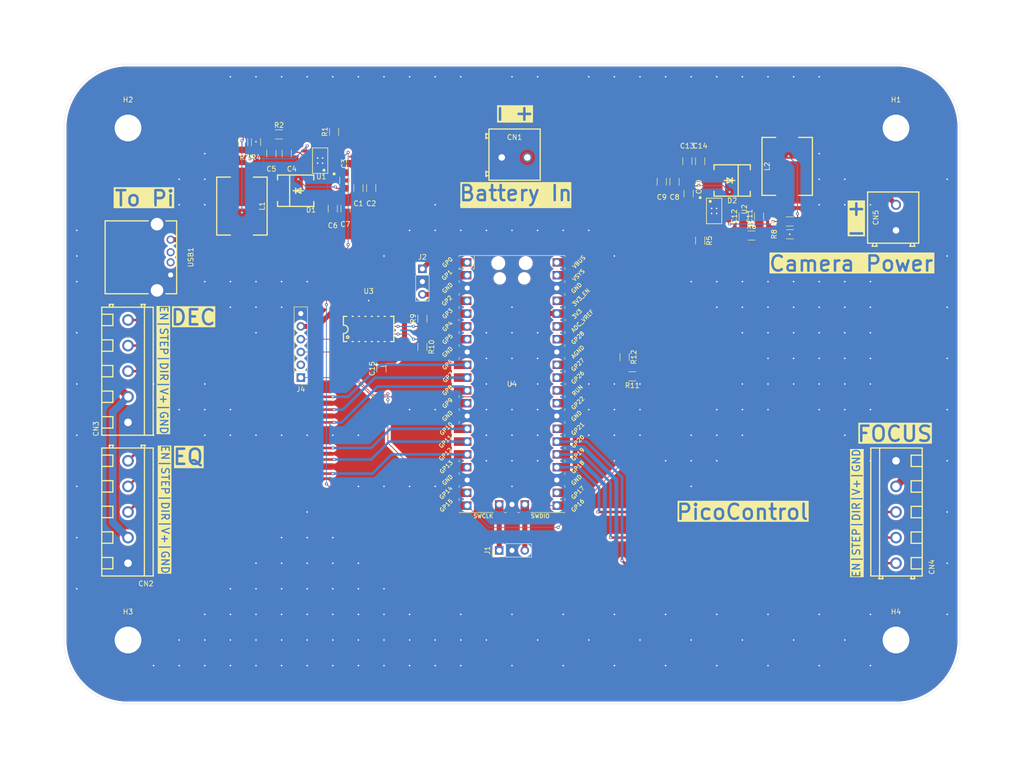
<source format=kicad_pcb>
(kicad_pcb (version 20240108) (generator "pcbnew") (generator_version "8.0")
  (layers (0 "F.Cu" signal) (31 "B.Cu" signal) (34 "B.Paste" user) (35 "F.Paste" user) (36 "B.SilkS" user "B.Silkscreen") (37 "F.SilkS" user "F.Silkscreen") (38 "B.Mask" user) (39 "F.Mask" user) (44 "Edge.Cuts" user))
  (net 0 "")
  (net 1 "GND")
  (net 2 "VCC")
  (net 3 "Net-(D1-K)")
  (net 4 "Net-(U1-BOOT)")
  (net 5 "Net-(C4-Pad1)")
  (net 6 "Net-(U1-COMP)")
  (net 7 "+5V")
  (net 8 "Net-(U2-BOOT)")
  (net 9 "Net-(D2-K)")
  (net 10 "Net-(C11-Pad1)")
  (net 11 "Net-(U2-COMP)")
  (net 12 "/7.2V")
  (net 13 "+3.3V")
  (net 14 "/DIR_EQ")
  (net 15 "/STEP_EQ")
  (net 16 "/EN_EQ")
  (net 17 "/DIR_DEC")
  (net 18 "/STEP_DEC")
  (net 19 "/EN_DEC")
  (net 20 "/EN_FOCUS")
  (net 21 "/DIR_FOCUS")
  (net 22 "/STEP_FOCUS")
  (net 23 "/SWDIO")
  (net 24 "/SWCLK")
  (net 25 "/TX")
  (net 26 "/RX")
  (net 27 "/32K")
  (net 28 "/SDA")
  (net 29 "/SCL")
  (net 30 "/SQW")
  (net 31 "Net-(U1-RT{slash}CLK)")
  (net 32 "/POWER/FB_50")
  (net 33 "Net-(U2-RT{slash}CLK)")
  (net 34 "/POWER/FB_72")
  (net 35 "Net-(U4-GPIO26_ADC0)")
  (net 36 "/EN_5V")
  (net 37 "/EN_7.2V")
  (net 41 "/32.768kHz")
  (footprint "PARTS:SOIC-8_L5.0-W4.0-P1.27-LS6.0-BL-EP2.0" (layer "F.Cu") (at 114.324 57.272 90)
    (property "Reference" "U1")
    (property "Value" "TPS54360BDDAR")
  )
  (footprint "Capacitor_SMD:C_1206_3216Metric_Pad1.33x1.80mm_HandSolder" (layer "F.Cu") (at 119.126 61.214 -90)
    (property "Reference" "C3")
    (property "Value" "0.1u")
  )
  (footprint "Capacitor_SMD:C_1206_3216Metric_Pad1.33x1.80mm_HandSolder" (layer "F.Cu") (at 126.492 98.552 90)
    (property "Reference" "C15")
    (property "Value" "0.1u")
  )
  (footprint "PARTS:CONN-TH_5P-P5.08_DIBO_DB128V-5.08-5P-GN-S" (layer "F.Cu") (at 76.2 127 -90)
    (property "Reference" "CN2")
    (property "Value" "EQ")
  )
  (footprint "PARTS:CONN-TH_2P-P5.00_WJ500V-5.08-2P" (layer "F.Cu") (at 152.908 56.642)
    (property "Reference" "CN1")
    (property "Value" "Battery")
  )
  (footprint "PARTS:USB-A-TH_USB-231-ARY" (layer "F.Cu") (at 83.31 76.454 -90)
    (property "Reference" "USB1")
    (property "Value" "Pi-Power")
  )
  (footprint "MCU_RaspberryPi_and_Boards:RPi_Pico_SMD_TH" (layer "F.Cu") (at 152.4 101.6)
    (property "Reference" "U4")
    (property "Value" "Pico")
  )
  (footprint "Resistor_SMD:R_1206_3216Metric_Pad1.30x1.75mm_HandSolder" (layer "F.Cu") (at 134.62 88.62 90)
    (property "Reference" "R9")
    (property "Value" "5k")
  )
  (footprint "Resistor_SMD:R_1206_3216Metric_Pad1.30x1.75mm_HandSolder" (layer "F.Cu") (at 174.752 96.266 -90)
    (property "Reference" "R12")
    (property "Value" "100k")
  )
  (footprint "Resistor_SMD:R_1206_3216Metric_Pad1.30x1.75mm_HandSolder" (layer "F.Cu") (at 117.094 51.536 90)
    (property "Reference" "R1")
    (property "Value" "162k")
  )
  (footprint "PARTS:SMC_L7.1-W6.2-LS8.1-RD" (layer "F.Cu") (at 196.088 61.214 180)
    (property "Reference" "D2")
    (property "Value" "B560C-13-F")
  )
  (footprint "Resistor_SMD:R_1206_3216Metric_Pad1.30x1.75mm_HandSolder" (layer "F.Cu") (at 189.738 73.152 -90)
    (property "Reference" "R5")
    (property "Value" "162k")
  )
  (footprint "Resistor_SMD:R_1206_3216Metric_Pad1.30x1.75mm_HandSolder" (layer "F.Cu") (at 207.544 71.882)
    (property "Reference" "R8")
    (property "Value" "10.2k")
  )
  (footprint "Connector_PinHeader_2.54mm:PinHeader_1x03_P2.54mm_Vertical" (layer "F.Cu") (at 149.86 134.62 90)
    (property "Reference" "J1")
    (property "Value" "Conn_01x03_Pin")
  )
  (footprint "Capacitor_SMD:C_1206_3216Metric" (layer "F.Cu") (at 182.118 61.468 90)
    (property "Reference" "C9")
    (property "Value" "2.2u")
  )
  (footprint "Capacitor_SMD:C_1206_3216Metric_Pad1.33x1.80mm_HandSolder" (layer "F.Cu") (at 198.374 68.326 90)
    (property "Reference" "C12")
    (property "Value" "39p")
  )
  (footprint "PARTS:IND-SMD_L11.5-W10.0_FXL1040" (layer "F.Cu") (at 98.806 66.294 -90)
    (property "Reference" "L1")
    (property "Value" "FXL1040-8R2-M")
  )
  (footprint "PARTS:CONN-TH_5P-P5.08_DIBO_DB128V-5.08-5P-GN-S" (layer "F.Cu") (at 76.2 99.06 -90)
    (property "Reference" "CN3")
    (property "Value" "DEC")
  )
  (footprint "Capacitor_SMD:C_1206_3216Metric" (layer "F.Cu") (at 121.92 62.738 -90)
    (property "Reference" "C1")
    (property "Value" "2.2u")
  )
  (footprint "Resistor_SMD:R_1206_3216Metric_Pad1.30x1.75mm_HandSolder" (layer "F.Cu") (at 106.172 52.07)
    (property "Reference" "R2")
    (property "Value" "13k")
  )
  (footprint "PARTS:CONN-TH_5P-P5.08_DIBO_DB128V-5.08-5P-GN-S" (layer "F.Cu") (at 228.6 127 90)
    (property "Reference" "CN4")
    (property "Value" "FOCUS")
  )
  (footprint "Connector_PinHeader_2.54mm:PinHeader_1x06_P2.54mm_Vertical" (layer "F.Cu") (at 110.49 100.33 180)
    (property "Reference" "J4")
    (property "Value" "Conn_01x06_Pin")
  )
  (footprint "Connector_PinHeader_2.54mm:PinHeader_1x03_P2.54mm_Vertical" (layer "F.Cu") (at 134.62 78.74)
    (property "Reference" "J2")
    (property "Value" "Conn_01x03_Socket")
  )
  (footprint "Resistor_SMD:R_1206_3216Metric_Pad1.30x1.75mm_HandSolder" (layer "F.Cu") (at 207.518 69.342 180)
    (property "Reference" "R7")
    (property "Value" "81.6k")
  )
  (footprint "Capacitor_SMD:C_1206_3216Metric" (layer "F.Cu") (at 124.46 62.738 -90)
    (property "Reference" "C2")
    (property "Value" "2.2u")
  )
  (footprint "Resistor_SMD:R_1206_3216Metric_Pad1.30x1.75mm_HandSolder" (layer "F.Cu") (at 99.06 53.594 -90)
    (property "Reference" "R3")
    (property "Value" "53.6k")
  )
  (footprint "Resistor_SMD:R_1206_3216Metric_Pad1.30x1.75mm_HandSolder" (layer "F.Cu") (at 134.62 94.26 -90)
    (property "Reference" "R10")
    (property "Value" "5k")
  )
  (footprint "Capacitor_SMD:C_1206_3216Metric" (layer "F.Cu") (at 184.658 61.468 90)
    (property "Reference" "C8")
    (property "Value" "2.2u")
  )
  (footprint "PARTS:SOIC-14_L10.1-W5.0-P1.27-LS7.4-BL" (layer "F.Cu") (at 123.952 90.678)
    (property "Reference" "U3")
    (property "Value" "RX8025T-UB")
  )
  (footprint "PARTS:SMC_L7.1-W6.2-LS8.1-RD" (layer "F.Cu") (at 109.474 63.246)
    (property "Reference" "D1")
    (property "Value" "B560C-13-F")
  )
  (footprint "PARTS:SOIC-8_L5.0-W4.0-P1.27-LS6.0-BL-EP2.0" (layer "F.Cu") (at 192.508 67.264 -90)
    (property "Reference" "U2")
    (property "Value" "TPS54360BDDAR")
  )
  (footprint "Resistor_SMD:R_1206_3216Metric_Pad1.30x1.75mm_HandSolder" (layer "F.Cu") (at 199.924 72.136)
    (property "Reference" "R6")
    (property "Value" "13k")
  )
  (footprint "Capacitor_SMD:C_1206_3216Metric_Pad1.33x1.80mm_HandSolder" (layer "F.Cu") (at 104.648 55.88 -90)
    (property "Reference" "C5")
    (property "Value" "39p")
  )
  (footprint "PARTS:IND-SMD_L11.5-W10.0_FXL1040" (layer "F.Cu") (at 207.01 58.42 90)
    (property "Reference" "L2")
    (property "Value" "FXL1040-8R2-M")
  )
  (footprint "Capacitor_SMD:C_1206_3216Metric_Pad1.33x1.80mm_HandSolder" (layer "F.Cu") (at 201.422 68.326 90)
    (property "Reference" "C11")
    (property "Value" "6800p")
  )
  (footprint "Capacitor_SMD:C_1206_3216Metric" (layer "F.Cu") (at 187.198 57.404 -90)
    (property "Reference" "C13")
    (property "Value" "47u")
  )
  (footprint "Resistor_SMD:R_1206_3216Metric_Pad1.30x1.75mm_HandSolder" (layer "F.Cu") (at 176.276 100.076 180)
    (property "Reference" "R11")
    (property "Value" "10k")
  )
  (footprint "Capacitor_SMD:C_1206_3216Metric_Pad1.33x1.80mm_HandSolder" (layer "F.Cu") (at 187.452 63.83 90)
    (property "Reference" "C10")
    (property "Value" "0.1u")
  )
  (footprint "Capacitor_SMD:C_1206_3216Metric" (layer "F.Cu") (at 116.84 66.802 90)
    (property "Reference" "C6")
    (property "Value" "47u")
  )
  (footprint "MountingHole:MountingHole_5.3mm_M5_DIN965_Pad" (layer "F.Cu") (at 76.2 152.4)
    (property "Reference" "H3")
    (property "Value" "MountingHole_Pad")
  )
  (footprint "MountingHole:MountingHole_5.3mm_M5_DIN965_Pad" (layer "F.Cu") (at 76.2 50.8)
    (property "Reference" "H2")
    (property "Value" "MountingHole_Pad")
  )
  (footprint "Resistor_SMD:R_1206_3216Metric_Pad1.30x1.75mm_HandSolder" (layer "F.Cu") (at 101.6 53.594 90)
    (property "Reference" "R4")
    (property "Value" "10.2k")
  )
  (footprint "PARTS:CONN-TH_2P-P5.00_WJ500V-5.08-2P" (layer "F.Cu") (at 228.6 68.58 90)
    (property "Reference" "CN5")
    (property "Value" "Camera")
  )
  (footprint "Capacitor_SMD:C_1206_3216Metric" (layer "F.Cu") (at 119.38 66.802 90)
    (property "Reference" "C7")
    (property "Value" "47u")
  )
  (footprint "Capacitor_SMD:C_1206_3216Metric" (layer "F.Cu") (at 189.738 57.404 -90)
    (property "Reference" "C14")
    (property "Value" "47u")
  )
  (footprint "Capacitor_SMD:C_1206_3216Metric_Pad1.33x1.80mm_HandSolder" (layer "F.Cu") (at 107.696 55.88 -90)
    (property "Reference" "C4")
    (property "Value" "6800p")
  )
  (footprint "MountingHole:MountingHole_5.3mm_M5_DIN965_Pad" (layer "F.Cu") (at 228.6 152.4)
    (property "Reference" "H4")
    (property "Value" "MountingHole_Pad")
  )
  (footprint "MountingHole:MountingHole_5.3mm_M5_DIN965_Pad" (layer "F.Cu") (at 228.6 50.8)
    (property "Reference" "H1")
    (property "Value" "MountingHole_Pad")
  )
  (gr_arc (start 76.2 165.1) (mid 67.219744 161.380256) (end 63.5 152.4) (stroke (width 0.05)) (layer "Edge.Cuts"))
  (gr_line (start 76.2 165.1) (end 228.6 165.1) (stroke (width 0.05)) (layer "Edge.Cuts"))
  (gr_line (start 63.5 50.8) (end 63.5 152.4) (stroke (width 0.05)) (layer "Edge.Cuts"))
  (gr_line (start 228.6 38.1) (end 76.2 38.1) (stroke (width 0.05)) (layer "Edge.Cuts"))
  (gr_arc (start 63.5 50.8) (mid 67.219744 41.819744) (end 76.2 38.1) (stroke (width 0.05)) (layer "Edge.Cuts"))
  (gr_arc (start 241.3 152.4) (mid 237.580256 161.380256) (end 228.6 165.1) (stroke (width 0.05)) (layer "Edge.Cuts"))
  (gr_line (start 241.3 152.4) (end 241.3 50.8) (stroke (width 0.05)) (layer "Edge.Cuts"))
  (gr_arc (start 228.6 38.1) (mid 237.580256 41.819744) (end 241.3 50.8) (stroke (width 0.05)) (layer "Edge.Cuts"))
  (gr_text "+\n-" (at 152.654 48.006 -90) (layer "F.SilkS" knockout) (effects (font (size 3 3) (thickness 0.5) (bold yes))))
  (gr_text "EN|STEP|DIR|V+|GND" (at 83.566 126.492 270) (layer "F.SilkS" knockout) (effects (font (size 1.5 1.5) (thickness 0.25))))
  (gr_text "DEC" (at 89.154 88.392 0) (layer "F.SilkS" knockout) (effects (font (size 3 3) (thickness 0.5) (bold yes))))
  (gr_text "To Pi" (at 79.502 64.77 0) (layer "F.SilkS" knockout) (effects (font (size 3 3) (thickness 0.5) (bold yes))))
  (gr_text "Camera Power" (at 219.71 77.724 0) (layer "F.SilkS" knockout) (effects (font (size 3 3) (thickness 0.5) (bold yes))))
  (gr_text "+\n-" (at 220.726 69.088 0) (layer "F.SilkS" knockout) (effects (font (size 3 3) (thickness 0.5) (bold yes))))
  (gr_text "EN|STEP|DIR|V+|GND" (at 220.726 127.254 90) (layer "F.SilkS" knockout) (effects (font (size 1.5 1.5) (thickness 0.25))))
  (gr_text "FOCUS" (at 228.346 111.506 0) (layer "F.SilkS" knockout) (effects (font (size 3 3) (thickness 0.5) (bold yes))))
  (gr_text "EQ" (at 88.138 116.078 0) (layer "F.SilkS" knockout) (effects (font (size 3 3) (thickness 0.5) (bold yes))))
  (gr_text "PicoControl" (at 198.12 127 0) (layer "F.SilkS" knockout) (effects (font (size 3 3) (thickness 0.5) (bold yes))))
  (gr_text "EN|STEP|DIR|V+|GND" (at 83.312 98.806 270) (layer "F.SilkS" knockout) (effects (font (size 1.5 1.5) (thickness 0.25))))
  (gr_text "Battery In" (at 153.162 63.754 0) (layer "F.SilkS" knockout) (effects (font (size 3 3) (thickness 0.5) (bold yes))))
  (segment (start 209.094 71.882) (end 207.518 71.882) (width 0.2) (layer "F.Cu") (net 1))
  (segment (start 123.952 87.178) (end 123.952 85.09) (width 0.5) (layer "F.Cu") (net 1))
  (segment (start 152.4 125.5) (end 152.4 134.62) (width 1) (layer "F.Cu") (net 1))
  (segment (start 101.6 52.044) (end 101.6 53.594) (width 0.2) (layer "F.Cu") (net 1))
  (via (at 187.96 111.76) (size 0.6) (drill 0.3) (layers "F.Cu" "B.Cu") (net 1))
  (via (at 152.4 106.68) (size 0.6) (drill 0.3) (layers "F.Cu" "B.Cu") (net 1))
  (via (at 96.52 157.48) (size 0.6) (drill 0.3) (layers "F.Cu" "B.Cu") (net 1))
  (via (at 223.52 66.04) (size 0.6) (drill 0.3) (layers "F.Cu" "B.Cu") (net 1))
  (via (at 177.8 106.68) (size 0.6) (drill 0.3) (layers "F.Cu" "B.Cu") (net 1))
  (via (at 86.36 60.96) (size 0.6) (drill 0.3) (layers "F.Cu" "B.Cu") (net 1))
  (via (at 106.68 142.24) (size 0.6) (drill 0.3) (layers "F.Cu" "B.Cu") (net 1))
  (via (at 187.96 152.4) (size 0.6) (drill 0.3) (layers "F.Cu" "B.Cu") (net 1))
  (via (at 111.76 152.4) (size 0.6) (drill 0.3) (layers "F.Cu" "B.Cu") (net 1))
  (via (at 203.2 96.52) (size 0.6) (drill 0.3) (layers "F.Cu" "B.Cu") (net 1))
  (via (at 116.84 147.32) (size 0.6) (drill 0.3) (layers "F.Cu" "B.Cu") (net 1))
  (via (at 91.44 66.04) (size 0.6) (drill 0.3) (layers "F.Cu" "B.Cu") (net 1))
  (via (at 198.12 81.28) (size 0.6) (drill 0.3) (layers "F.Cu" "B.Cu") (net 1))
  (via (at 198.12 40.64) (size 0.6) (drill 0.3) (layers "F.Cu" "B.Cu") (net 1))
  (via (at 223.52 91.44) (size 0.6) (drill 0.3) (layers "F.Cu" "B.Cu") (net 1))
  (via (at 207.518 71.882) (size 0.6) (drill 0.3) (layers "F.Cu" "B.Cu") (net 1))
  (via (at 157.48 152.4) (size 0.6) (drill 0.3) (layers "F.Cu" "B.Cu") (net 1))
  (via (at 238.76 86.36) (size 0.6) (drill 0.3) (layers "F.Cu" "B.Cu") (net 1))
  (via (at 218.44 111.76) (size 0.6) (drill 0.3) (layers "F.Cu" "B.Cu") (net 1))
  (via (at 187.96 81.28) (size 0.6) (drill 0.3) (layers "F.Cu" "B.Cu") (net 1))
  (via (at 121.92 40.64) (size 0.6) (drill 0.3) (layers "F.Cu" "B.Cu") (net 1))
  (via (at 147.32 66.04) (size 0.6) (drill 0.3) (layers "F.Cu" "B.Cu") (net 1))
  (via (at 238.76 96.52) (size 0.6) (drill 0.3) (layers "F.Cu" "B.Cu") (net 1))
  (via (at 218.44 106.68) (size 0.6) (drill 0.3) (layers "F.Cu" "B.Cu") (net 1))
  (via (at 193.04 86.36) (size 0.6) (drill 0.3) (layers "F.Cu" "B.Cu") (net 1))
  (via (at 182.88 40.64) (size 0.6) (drill 0.3) (layers "F.Cu" "B.Cu") (net 1))
  (via (at 223.52 111.76) (size 0.6) (drill 0.3) (layers "F.Cu" "B.Cu") (net 1))
  (via (at 198.12 91.44) (size 0.6) (drill 0.3) (layers "F.Cu" "B.Cu") (net 1))
  (via (at 167.64 106.68) (size 0.6) (drill 0.3) (layers "F.Cu" "B.Cu") (net 1))
  (via (at 218.44 101.6) (size 0.6) (drill 0.3) (layers "F.Cu" "B.Cu") (net 1))
  (via (at 132.08 147.32) (size 0.6) (drill 0.3) (layers "F.Cu" "B.Cu") (net 1))
  (via (at 198.12 111.76) (size 0.6) (drill 0.3) (layers "F.Cu" "B.Cu") (net 1))
  (via (at 86.36 157.48) (size 0.6) (drill 0.3) (layers "F.Cu" "B.Cu") (net 1))
  (via (at 238.76 106.68) (size 0.6) (drill 0.3) (layers "F.Cu" "B.Cu") (net 1))
  (via (at 66.04 132.08) (size 0.6) (drill 0.3) (layers "F.Cu" "B.Cu") (net 1))
  (via (at 142.24 66.04) (size 0.6) (drill 0.3) (layers "F.Cu" "B.Cu") (net 1))
  (via (at 81.28 157.48) (size 0.6) (drill 0.3) (layers "F.Cu" "B.Cu") (net 1))
  (via (at 106.68 86.36) (size 0.6) (drill 0.3) (layers "F.Cu" "B.Cu") (net 1))
  (via (at 96.52 142.24) (size 0.6) (drill 0.3) (layers "F.Cu" "B.Cu") (net 1))
  (via (at 147.32 96.52) (size 0.6) (drill 0.3) (layers "F.Cu" "B.Cu") (net 1))
  (via (at 116.84 157.48) (size 0.6) (drill 0.3) (layers "F.Cu" "B.Cu") (net 1))
  (via (at 121.92 157.48) (size 0.6) (drill 0.3) (layers "F.Cu" "B.Cu") (net 1))
  (via (at 96.52 81.28) (size 0.6) (drill 0.3) (layers "F.Cu" "B.Cu") (net 1))
  (via (at 66.04 121.92) (size 0.6) (drill 0.3) (layers "F.Cu" "B.Cu") (net 1))
  (via (at 116.84 40.64) (size 0.6) (drill 0.3) (layers "F.Cu" "B.Cu") (net 1))
  (via (at 101.6 152.4) (size 0.6) (drill 0.3) (layers "F.Cu" "B.Cu") (net 1))
  (via (at 208.28 96.52) (size 0.6) (drill 0.3) (layers "F.Cu" "B.Cu") (net 1))
  (via (at 167.64 101.6) (size 0.6) (drill 0.3) (layers "F.Cu" "B.Cu") (net 1))
  (via (at 187.96 40.64) (size 0.6) (drill 0.3) (layers "F.Cu" "B.Cu") (net 1))
  (via (at 142.24 147.32) (size 0.6) (drill 0.3) (layers "F.Cu" "B.Cu") (net 1))
  (via (at 91.44 152.4) (size 0.6) (drill 0.3) (layers "F.Cu" "B.Cu") (net 1))
  (via (at 157.48 91.44) (size 0.6) (drill 0.3) (layers "F.Cu" "B.Cu") (net 1))
  (via (at 208.28 101.6) (size 0.6) (drill 0.3) (layers "F.Cu" "B.Cu") (net 1))
  (via (at 208.28 81.28) (size 0.6) (drill 0.3) (layers "F.Cu" "B.Cu") (net 1))
  (via (at 106.68 147.32) (size 0.6) (drill 0.3) (layers "F.Cu" "B.Cu") (net 1))
  (via (at 106.68 157.48) (size 0.6) (drill 0.3) (layers "F.Cu" "B.Cu") (net 1))
  (via (at 137.16 66.04) (size 0.6) (drill 0.3) (layers "F.Cu" "B.Cu") (net 1))
  (via (at 223.52 86.36) (size 0.6) (drill 0.3) (layers "F.Cu" "B.Cu") (net 1))
  (via (at 213.36 147.32) (size 0.6) (drill 0.3) (layers "F.Cu" "B.Cu") (net 1))
  (via (at 132.08 121.92) (size 0.6) (drill 0.3) (layers "F.Cu" "B.Cu") (net 1))
  (via (at 152.4 96.52) (size 0.6) (drill 0.3) (layers "F.Cu" "B.Cu") (net 1))
  (via (at 213.36 40.64) (size 0.6) (drill 0.3) (layers "F.Cu" "B.Cu") (net 1))
  (via (at 127 152.4) (size 0.6) (drill 0.3) (layers "F.Cu" "B.Cu") (net 1))
  (via (at 203.2 40.64) (size 0.6) (drill 0.3) (layers "F.Cu" "B.Cu") (net 1))
  (via (at 203.2 157.48) (size 0.6) (drill 0.3) (layers "F.Cu" "B.Cu") (net 1))
  (via (at 167.64 40.64) (size 0.6) (drill 0.3) (layers "F.Cu" "B.Cu") (net 1))
  (via (at 208.28 86.36) (size 0.6) (drill 0.3) (layers "F.Cu" "B.Cu") (net 1))
  (via (at 147.32 116.84) (size 0.6) (drill 0.3) (layers "F.Cu" "B.Cu") (net 1))
  (via (at 127 147.32) (size 0.6) (drill 0.3) (layers "F.Cu" "B.Cu") (net 1))
  (via (at 127 76.2) (size 0.6) (drill 0.3) (layers "F.Cu" "B.Cu") (net 1))
  (via (at 101.6 147.32) (size 0.6) (drill 0.3) (layers "F.Cu" "B.Cu") (net 1))
  (via (at 193.04 106.68) (size 0.6) (drill 0.3) (layers "F.Cu" "B.Cu") (net 1))
  (via (at 127 40.64) (size 0.6) (drill 0.3) (layers "F.Cu" "B.Cu") (net 1))
  (via (at 172.72 106.68) (size 0.6) (drill 0.3) (layers "F.Cu" "B.Cu") (net 1))
  (via (at 152.4 101.6) (size 0.6) (drill 0.3) (layers "F.Cu" "B.Cu") (net 1))
  (via (at 106.68 132.08) (size 0.6) (drill 0.3) (layers "F.Cu" "B.Cu") (net 1))
  (via (at 208.28 91.44) (size 0.6) (drill 0.3) (layers "F.Cu" "B.Cu") (net 1))
  (via (at 198.12 152.4) (size 0.6) (drill 0.3) (layers "F.Cu" "B.Cu") (net 1))
  (via (at 198.12 101.6) (size 0.6) (drill 0.3) (layers "F.Cu" "B.Cu") (net 1))
  (via (at 167.64 152.4) (size 0.6) (drill 0.3) (layers "F.Cu" "B.Cu") (net 1))
  (via (at 218.44 152.4) (size 0.6) (drill 0.3) (layers "F.Cu" "B.Cu") (net 1))
  (via (at 101.6 137.16) (size 0.6) (drill 0.3) (layers "F.Cu" "B.Cu") (net 1))
  (via (at 147.32 71.12) (size 0.6) (drill 0.3) (layers "F.Cu" "B.Cu") (net 1))
  (via (at 162.56 66.04) (size 0.6) (drill 0.3) (layers "F.Cu" "B.Cu") (net 1))
  (via (at 116.84 137.16) (size 0.6) (drill 0.3) (layers "F.Cu" "B.Cu") (net 1))
  (via (at 198.12 86.36) (size 0.6) (drill 0.3) (layers "F.Cu" "B.Cu") (net 1))
  (via (at 111.76 132.08) (size 0.6) (drill 0.3) (layers "F.Cu" "B.Cu") (net 1))
  (via (at 218.44 91.44) (size 0.6) (drill 0.3) (layers "F.Cu" "B.Cu") (net 1))
  (via (at 152.4 71.12) (size 0.6) (drill 0.3) (layers "F.Cu" "B.Cu") (net 1))
  (via (at 86.36 152.4) (size 0.6) (drill 0.3) (layers "F.Cu" "B.Cu") (net 1))
  (via (at 193.04 111.76) (size 0.6) (drill 0.3) (layers "F.Cu" "B.Cu") (net 1))
  (via (at 127 157.48) (size 0.6) (drill 0.3) (layers "F.Cu" "B.Cu") (net 1))
  (via (at 91.44 81.28) (size 0.6) (drill 0.3) (layers "F.Cu" "B.Cu") (net 1))
  (via (at 157.48 66.04) (size 0.6) (drill 0.3) (layers "F.Cu" "B.Cu") (net 1))
  (via (at 147.32 111.76) (size 0.6) (drill 0.3) (layers "F.Cu" "B.Cu") (net 1))
  (via (at 101.6 157.48) (size 0.6) (drill 0.3) (layers "F.Cu" "B.Cu") (net 1))
  (via (at 182.88 116.84) (size 0.6) (drill 0.3) (layers "F.Cu" "B.Cu") (net 1))
  (via (at 116.84 142.24) (size 0.6) (drill 0.3) (layers "F.Cu" "B.Cu") (net 1))
  (via (at 91.44 101.6) (size 0.6) (drill 0.3) (layers "F.Cu" "B.Cu") (net 1))
  (via (at 162.56 147.32) (size 0.6) (drill 0.3) (layers "F.Cu" "B.Cu") (net 1))
  (via (at 152.4 116.84) (size 0.6) (drill 0.3) (layers "F.Cu" "B.Cu") (net 1))
  (via (at 127 142.24) (size 0.6) (drill 0.3) (layers "F.Cu" "B.Cu") (net 1))
  (via (at 101.589615 53.522352) (size 0.6) (drill 0.3) (layers "F.Cu" "B.Cu") (net 1))
  (via (at 121.92 111.76) (size 0.6) (drill 0.3) (layers "F.Cu" "B.Cu") (net 1))
  (via (at 172.72 40.64) (size 0.6) (drill 0.3) (layers "F.Cu" "B.Cu") (net 1))
  (via (at 111.76 137.16) (size 0.6) (drill 0.3) (layers "F.Cu" "B.Cu") (net 1))
  (via (at 213.36 96.52) (size 0.6) (drill 0.3) (layers "F.Cu" "B.Cu") (net 1))
  (via (at 121.92 147.32) (size 0.6) (drill 0.3) (layers "F.Cu" "B.Cu") (net 1))
  (via (at 223.52 96.52) (size 0.6) (drill 0.3) (layers "F.Cu" "B.Cu") (net 1))
  (via (at 238.76 116.84) (size 0.6) (drill 0.3) (layers "F.Cu" "B.Cu") (net 1))
  (via (at 91.44 55.88) (size 0.6) (drill 0.3) (layers "F.Cu" "B.Cu") (net 1))
  (via (at 203.2 81.28) (size 0.6) (drill 0.3) (layers "F.Cu" "B.Cu") (net 1))
  (via (at 66.04 81.28) (size 0.6) (drill 0.3) (layers "F.Cu" "B.Cu") (net 1))
  (via (at 208.28 152.4) (size 0.6) (drill 0.3) (layers "F.Cu" "B.Cu") (net 1))
  (via (at 91.44 157.48) (size 0.6) (drill 0.3) (layers "F.Cu" "B.Cu") (net 1))
  (via (at 177.8 40.64) (size 0.6) (drill 0.3) (layers "F.Cu" "B.Cu") (net 1))
  (via (at 101.6 86.36) (size 0.6) (drill 0.3) (layers "F.Cu" "B.Cu") (net 1))
  (via (at 157.48 101.6) (size 0.6) (drill 0.3) (layers "F.Cu" "B.Cu") (net 1))
  (via (at 162.56 71.12) (size 0.6) (drill 0.3) (layers "F.Cu" "B.Cu") (net 1))
  (via (at 147.32 101.6) (size 0.6) (drill 0.3) (layers "F.Cu" "B.Cu") (net 1))
  (via (at 177.8 152.4) (size 0.6) (drill 0.3) (layers "F.Cu" "B.Cu") (net 1))
  (via (at 147.32 106.68) (size 0.6) (drill 0.3) (layers "F.Cu" "B.Cu") (net 1))
  (via (at 157.48 96.52) (size 0.6) (drill 0.3) (layers "F.Cu" "B.Cu") (net 1))
  (via (at 213.36 106.68) (size 0.6) (drill 0.3) (layers "F.Cu" "B.Cu") (net 1))
  (via (at 152.4 66.04) (size 0.6) (drill 0.3) (layers "F.Cu" "B.Cu") (net 1))
  (via (at 238.76 147.32) (size 0.6) (drill 0.3) (layers "F.Cu" "B.Cu") (net 1))
  (via (at 193.04 116.84) (size 0.6) (drill 0.3) (layers "F.Cu" "B.Cu") (net 1))
  (via (at 96.52 106.68) (size 0.6) (drill 0.3) (layers "F.Cu" "B.Cu") (net 1))
  (via (at 91.44 106.68) (size 0.6) (drill 0.3) (layers "F.Cu" "B.Cu") (net 1))
  (via (at 137.16 40.64) (size 0.6) (drill 0.3) (layers "F.Cu" "B.Cu") (net 1))
  (via (at 137.16 106.68) (size 0.6) (drill 0.3) (layers "F.Cu" "B.Cu") (net 1))
  (via (at 198.12 106.68) (size 0.6) (drill 0.3) (layers "F.Cu" "B.Cu") (net 1))
  (via (at 203.2 147.32) (size 0.6) (drill 0.3) (layers "F.Cu" "B.Cu") (net 1))
  (via (at 213.36 81.28) (size 0.6) (drill 0.3) (layers "F.Cu" "B.Cu") (net 1))
  (via (at 213.36 66.04) (size 0.6) (drill 0.3) (layers "F.Cu" "B.Cu") (net 1))
  (via (at 147.32 152.4) (size 0.6) (drill 0.3) (layers "F.Cu" "B.Cu") (net 1))
  (via (at 152.4 40.64) (size 0.6) (drill 0.3) (layers "F.Cu" "B.Cu") (net 1))
  (via (at 193.04 157.48) (size 0.6) (drill 0.3) (layers "F.Cu" "B.Cu") (net 1))
  (via (at 172.72 116.84) (size 0.6) (drill 0.3) (layers "F.Cu" "B.Cu") (net 1))
  (via (at 157.48 106.68) (size 0.6) (drill 0.3) (layers "F.Cu" "B.Cu") (net 1))
  (via (at 213.36 55.88) (size 0.6) (drill 0.3) (layers "F.Cu" "B.Cu") (net 1))
  (via (at 91.44 147.32) (size 0.6) (drill 0.3) (layers "F.Cu" "B.Cu") (net 1))
  (via (at 218.44 66.04) (size 0.6) (drill 0.3) (layers "F.Cu" "B.Cu") (net 1))
  (via (at 96.52 86.36) (size 0.6) (drill 0.3) (layers "F.Cu" "B.Cu") (net 1))
  (via (at 111.76 111.76) (size 0.6) (drill 0.3) (layers "F.Cu" "B.Cu") (net 1))
  (via (at 86.36 106.68) (size 0.6) (drill 0.3) (layers "F.Cu" "B.Cu") (net 1))
  (via (at 121.92 121.92) (size 0.6) (drill 0.3) (layers "F.Cu" "B.Cu") (net 1))
  (via (at 137.16 71.12) (size 0.6) (drill 0.3) (layers "F.Cu" "B.Cu") (net 1))
  (via (at 223.52 157.48) (size 0.6) (drill 0.3) (layers "F.Cu" "B.Cu") (net 1))
  (via (at 223.52 101.6) (size 0.6) (drill 0.3) (layers "F.Cu" "B.Cu") (net 1))
  (via (at 223.52 106.68) (size 0.6) (drill 0.3) (layers "F.Cu" "B.Cu") (net 1))
  (via (at 213.36 157.48) (size 0.6) (drill 0.3) (layers "F.Cu" "B.Cu") (net 1))
  (via (at 137.16 152.4) (size 0.6) (drill 0.3) (layers "F.Cu" "B.Cu") (net 1))
  (via (at 203.2 86.36) (size 0.6) (drill 0.3) (layers "F.Cu" "B.Cu") (net 1))
  (via (at 193.04 147.32) (size 0.6) (drill 0.3) (layers "F.Cu" "B.Cu") (net 1))
  (via (at 66.04 111.76) (size 0.6) (drill 0.3) (layers "F.Cu" "B.Cu") (net 1))
  (via (at 101.6 111.76) (size 0.6) (drill 0.3) (layers "F.Cu" "B.Cu") (net 1))
  (via (at 172.72 147.32) (size 0.6) (drill 0.3) (layers "F.Cu" "B.Cu") (net 1))
  (via (at 96.52 40.64) (size 0.6) (drill 0.3) (layers "F.Cu" "B.Cu") (net 1))
  (via (at 132.08 152.4) (size 0.6) (drill 0.3) (layers "F.Cu" "B.Cu") (net 1))
  (via (at 121.92 137.16) (size 0.6) (drill 0.3) (layers "F.Cu" "B.Cu") (net 1))
  (via (at 127 121.92) (size 0.6) (drill 0.3) (layers "F.Cu" "B.Cu") (net 1))
  (via (at 66.04 101.6) (size 0.6) (drill 0.3) (layers "F.Cu" "B.Cu") (net 1))
  (via (at 213.36 101.6) (size 0.6) (drill 0.3) (layers "F.Cu" "B.Cu") (net 1))
  (via (at 142.24 40.64) (size 0.6) (drill 0.3) (layers "F.Cu" "B.Cu") (net 1))
  (via (at 121.92 152.4) (size 0.6) (drill 0.3) (layers "F.Cu" "B.Cu") (net 1))
  (via (at 101.6 142.24) (size 0.6) (drill 0.3) (layers "F.Cu" "B.Cu") (net 1))
  (via (at 123.956188 85.03419) (size 0.6) (drill 0.3) (layers "F.Cu" "B.Cu") (net 1))
  (via (at 132.08 157.48) (size 0.6) (drill 0.3) (layers "F.Cu" "B.Cu") (net 1))
  (via (at 106.68 40.64) (size 0.6) (drill 0.3) (layers "F.Cu" "B.Cu") (net 1))
  (via (at 172.72 101.6) (size 0.6) (drill 0.3) (layers "F.Cu" "B.Cu") (net 1))
  (via (at 152.4 147.32) (size 0.6) (drill 0.3) (layers "F.Cu" "B.Cu") (net 1))
  (via (at 203.2 91.44) (size 0.6) (drill 0.3) (layers "F.Cu" "B.Cu") (net 1))
  (via (at 203.2 101.6) (size 0.6) (drill 0.3) (layers "F.Cu" "B.Cu") (net 1))
  (via (at 223.52 116.84) (size 0.6) (drill 0.3) (layers "F.Cu" "B.Cu") (net 1))
  (via (at 208.28 40.64) (size 0.6) (drill 0.3) (layers "F.Cu" "B.Cu") (net 1))
  (via (at 116.84 132.08) (size 0.6) (drill 0.3) (layers "F.Cu" "B.Cu") (net 1))
  (via (at 66.04 71.12) (size 0.6) (drill 0.3) (layers "F.Cu" "B.Cu") (net 1))
  (via (at 91.44 111.76) (size 0.6) (drill 0.3) (layers "F.Cu" "B.Cu") (net 1))
  (via (at 238.76 60.96) (size 0.6) (drill 0.3) (layers "F.Cu" "B.Cu") (net 1))
  (via (at 213.36 91.44) (size 0.6) (drill 0.3) (layers "F.Cu" "B.Cu") (net 1))
  (via (at 172.72 157.48) (size 0.6) (drill 0.3) (layers "F.Cu" "B.Cu") (net 1))
  (via (at 238.76 76.2) (size 0.6) (drill 0.3) (layers "F.Cu" "B.Cu") (net 1))
  (via (at 223.52 147.32) (size 0.6) (drill 0.3) (layers "F.Cu" "B.Cu") (net 1))
  (via (at 111.76 147.32) (size 0.6) (drill 0.3) (layers "F.Cu" "B.Cu") (net 1))
  (via (at 137.16 157.48) (size 0.6) (drill 0.3) (layers "F.Cu" "B.Cu") (net 1))
  (via (at 142.24 157.48) (size 0.6) (drill 0.3) (layers "F.Cu" "B.Cu") (net 1))
  (via (at 152.4 121.92) (size 0.6) (drill 0.3) (layers "F.Cu" "B.Cu") (net 1))
  (via (at 101.6 40.64) (size 0.6) (drill 0.3) (layers "F.Cu" "B.Cu") (net 1))
  (via (at 106.68 137.16) (size 0.6) (drill 0.3) (layers "F.Cu" "B.Cu") (net 1))
  (via (at 81.28 66.04) (size 0.6) (drill 0.3) (layers "F.Cu" "B.Cu") (net 1))
  (via (at 167.64 111.76) (size 0.6) (drill 0.3) (layers "F.Cu" "B.Cu") (net 1))
  (via (at 147.32 91.44) (size 0.6) (drill 0.3) (layers "F.Cu" "B.Cu") (net 1))
  (via (at 132.08 106.68) (size 0.6) (drill 0.3) (layers "F.Cu" "B.Cu") (net 1))
  (via (at 111.76 157.48) (size 0.6) (drill 0.3) (layers "F.Cu" "B.Cu") (net 1))
  (via (at 157.48 111.76) (size 0.6) (drill 0.3) (layers "F.Cu" "B.Cu") (net 1))
  (via (at 182.88 157.48) (size 0.6) (drill 0.3) (layers "F.Cu" "B.Cu") (net 1))
  (via (at 106.68 111.76) (size 0.6) (drill 0.3) (layers "F.Cu" "B.Cu") (net 1))
  (via (at 106.68 81.28) (size 0.6) (drill 0.3) (layers "F.Cu" "B.Cu") (net 1))
  (via (at 91.44 60.96) (size 0.6) (drill 0.3) (layers "F.Cu" "B.Cu") (net 1))
  (via (at 152.4 86.36) (size 0.6) (drill 0.3) (layers "F.Cu" "B.Cu") (net 1))
  (via (at 132.08 40.64) (size 0.6) (drill 0.3) (layers "F.Cu" "B.Cu") (net 1))
  (via (at 218.44 60.96) (size 0.6) (drill 0.3) (layers "F.Cu" "B.Cu") (net 1))
  (via (at 96.52 152.4) (size 0.6) (drill 0.3) (layers "F.Cu" "B.Cu") (net 1))
  (via (at 182.88 147.32) (size 0.6) (drill 0.3) (layers "F.Cu" "B.Cu") (net 1))
  (via (at 111.76 127) (size 0.6) (drill 0.3) (layers "F.Cu" "B.Cu") (net 1))
  (via (at 96.52 111.76) (size 0.6) (drill 0.3) (layers "F.Cu" "B.Cu") (net 1))
  (via (at 157.48 71.12) (size 0.6) (drill 0.3) (layers "F.Cu" "B.Cu") (net 1))
  (via (at 213.36 86.36) (size 0.6) (drill 0.3) (layers "F.Cu" "B.Cu") (net 1))
  (via (at 86.36 66.04) (size 0.6) (drill 0.3) (layers "F.Cu" "B.Cu") (net 1))
  (via (at 187.96 116.84) (size 0.6) (drill 0.3) (layers "F.Cu" "B.Cu") (net 1))
  (via (at 111.76 40.64) (size 0.6) (drill 0.3) (layers "F.Cu" "B.Cu") (net 1))
  (via (at 81.28 111.76) (size 0.6) (drill 0.3) (layers "F.Cu" "B.Cu") (net 1))
  (via (at 121.92 142.24) (size 0.6) (drill 0.3) (layers "F.Cu" "B.Cu") (net 1))
  (via (at 193.04 40.64) (size 0.6) (drill 0.3) (layers "F.Cu" "B.Cu") (net 1))
  (via (at 66.04 76.2) (size 0.6) (drill 0.3) (layers "F.Cu" "B.Cu") (net 1))
  (via (at 213.36 60.96) (size 0.6) (drill 0.3) (layers "F.Cu" "B.Cu") (net 1))
  (via (at 66.04 142.24) (size 0.6) (drill 0.3) (layers "F.Cu" "B.Cu") (net 1))
  (via (at 96.52 147.32) (size 0.6) (drill 0.3) (layers "F.Cu" "B.Cu") (net 1))
  (via (at 238.76 137.16) (size 0.6) (drill 0.3) (layers "F.Cu" "B.Cu") (net 1))
  (via (at 101.6 81.28) (size 0.6) (drill 0.3) (layers "F.Cu" "B.Cu") (net 1))
  (via (at 172.72 111.76) (size 0.6) (drill 0.3) (layers "F.Cu" "B.Cu") (net 1))
  (via (at 157.48 116.84) (size 0.6) (drill 0.3) (layers "F.Cu" "B.Cu") (net 1))
  (via (at 152.4 91.44) (size 0.6) (drill 0.3) (layers "F.Cu" "B.Cu") (net 1))
  (via (at 177.8 111.76) (size 0.6) (drill 0.3) (layers "F.Cu" "B.Cu") (net 1))
  (via (at 223.52 81.28) (size 0.6) (drill 0.3) (layers "F.Cu" "B.Cu") (net 1))
  (via (at 116.84 152.4) (size 0.6) (drill 0.3) (layers "F.Cu" "B.Cu") (net 1))
  (via (at 132.08 71.12) (size 0.6) (drill 0.3) (layers "F.Cu" "B.Cu") (net 1))
  (via (at 238.76 127) (size 0.6) (drill 0.3) (layers "F.Cu" "B.Cu") (net 1))
  (via (at 218.44 86.36) (size 0.6) (drill 0.3) (layers "F.Cu" "B.Cu") (net 1))
  (via (at 172.72 76.2) (size 0.6) (drill 0.3) (layers "F.Cu" "B.Cu") (net 1))
  (via (at 137.16 121.92) (size 0.6) (drill 0.3) (layers "F.Cu" "B.Cu") (net 1))
  (via (at 142.24 152.4) (size 0.6) (drill 0.3) (layers "F.Cu" "B.Cu") (net 1))
  (via (at 81.28 101.6) (size 0.6) (drill 0.3) (layers "F.Cu" "B.Cu") (net 1))
  (via (at 203.2 106.68) (size 0.6) (drill 0.3) (layers "F.Cu" "B.Cu") (net 1))
  (via (at 218.44 81.28) (size 0.6) (drill 0.3) (layers "F.Cu" "B.Cu") (net 1))
  (via (at 167.64 71.12) (size 0.6) (drill 0.3) (layers "F.Cu" "B.Cu") (net 1))
  (via (at 66.04 91.44) (size 0.6) (drill 0.3) (layers "F.Cu" "B.Cu") (net 1))
  (via (at 152.4 157.48) (size 0.6) (drill 0.3) (layers "F.Cu" "B.Cu") (net 1))
  (via (at 218.44 96.52) (size 0.6) (drill 0.3) (layers "F.Cu" "B.Cu") (net 1))
  (via (at 111.76 142.24) (size 0.6) (drill 0.3) (layers "F.Cu" "B.Cu") (net 1))
  (via (at 162.56 157.48) (size 0.6) (drill 0.3) (layers "F.Cu" "B.Cu") (net 1))
  (via (at 142.24 71.12) (size 0.6) (drill 0.3) (layers "F.Cu" "B.Cu") (net 1))
  (via (at 187.96 121.92) (size 0.6) (drill 0.3) (layers "F.Cu" "B.Cu") (net 1))
  (via (at 193.04 81.28) (size 0.6) (drill 0.3) (layers "F.Cu" "B.Cu") (net 1))
  (via (at 177.8 101.6) (size 0.6) (drill 0.3) (layers "F.Cu" "B.Cu") (net 1))
  (via (at 106.68 152.4) (size 0.6) (drill 0.3) (layers "F.Cu" "B.Cu") (net 1))
  (via (at 152.4 111.76) (size 0.6) (drill 0.3) (layers "F.Cu" "B.Cu") (net 1))
  (via (at 157.48 40.64) (size 0.6) (drill 0.3) (layers "F.Cu" "B.Cu") (net 1))
  (via (at 101.6 91.44) (size 0.6) (drill 0.3) (layers "F.Cu" "B.Cu") (net 1))
  (via (at 116.84 111.76) (size 0.6) (drill 0.3) (layers "F.Cu" "B.Cu") (net 1))
  (via (at 111.76 81.28) (size 0.6) (drill 0.3) (layers "F.Cu" "B.Cu") (net 1))
  (segment (start 76.2 104.14) (end 73.152 101.092) (width 1.5) (layer "F.Cu") (net 2))
  (segment (start 232.156 66.548) (end 212.598 46.99) (width 1.5) (layer "F.Cu") (net 2))
  (segment (start 73.152 101.092) (end 73.152 67.564) (width 1.5) (layer "F.Cu") (net 2))
  (segment (start 93.726 46.99) (end 145.796 46.99) (width 1.5) (layer "F.Cu") (net 2))
  (segment (start 228.6 121.92) (end 232.156 118.364) (width 1.5) (layer "F.Cu") (net 2))
  (segment (start 73.152 67.564) (end 93.726 46.99) (width 1.5) (layer "F.Cu") (net 2))
  (segment (start 165.1 46.99) (end 155.448 56.642) (width 1.5) (layer "F.Cu") (net 2))
  (segment (start 212.598 46.99) (end 165.1 46.99) (width 1.5) (layer "F.Cu") (net 2))
  (segment (start 145.796 46.99) (end 155.448 56.642) (width 1.5) (layer "F.Cu") (net 2))
  (segment (start 174.752 67.056) (end 175.768 66.04) (width 0.15) (layer "F.Cu") (net 2))
  (segment (start 232.156 118.364) (end 232.156 66.548) (width 1.5) (layer "F.Cu") (net 2))
  (segment (start 174.752 94.716) (end 174.752 67.056) (width 0.15) (layer "F.Cu") (net 2))
  (segment (start 73.152 129.032) (end 73.152 107.188) (width 1.5) (layer "B.Cu") (net 2))
  (segment (start 73.152 107.188) (end 76.2 104.14) (width 1.5) (layer "B.Cu") (net 2))
  (segment (start 76.2 132.08) (end 73.152 129.032) (width 1.5) (layer "B.Cu") (net 2))
  (segment (start 117.6405 62.7765) (end 117.348 62.484) (width 0.2) (layer "F.Cu") (net 3))
  (segment (start 119.38 62.2685) (end 119.38 62.7765) (width 0.2) (layer "F.Cu") (net 3))
  (segment (start 119.38 62.7765) (end 117.6405 62.7765) (width 0.2) (layer "F.Cu") (net 3))
  (via (at 117.348 62.484) (size 0.6) (drill 0.3) (layers "F.Cu" "B.Cu") (net 3))
  (via (at 109.982 60.96) (size 0.6) (drill 0.3) (layers "F.Cu" "B.Cu") (net 3))
  (segment (start 117.348 62.484) (end 111.506 62.484) (width 0.2) (layer "B.Cu") (net 3))
  (segment (start 111.506 62.484) (end 109.982 60.96) (width 0.2) (layer "B.Cu") (net 3))
  (segment (start 119.3415 59.182) (end 119.38 59.1435) (width 0.2) (layer "F.Cu") (net 4))
  (segment (start 117.094 59.182) (end 119.3415 59.182) (width 0.2) (layer "F.Cu") (net 4))
  (segment (start 107.722 52.07) (end 107.722 54.2915) (width 0.2) (layer "F.Cu") (net 5))
  (segment (start 107.722 54.2915) (end 107.696 54.3175) (width 0.2) (layer "F.Cu") (net 5))
  (segment (start 110.236 55.626) (end 111.09 56.48) (width 0.2) (layer "F.Cu") (net 6))
  (segment (start 104.622 52.07) (end 104.622 54.2915) (width 0.2) (layer "F.Cu") (net 6))
  (segment (start 111.392 56.48) (end 111.554 56.642) (width 0.2) (layer "F.Cu") (net 6))
  (segment (start 104.622 54.2915) (end 104.648 54.3175) (width 0.2) (layer "F.Cu") (net 6))
  (segment (start 111.09 56.48) (end 111.392 56.48) (width 0.2) (layer "F.Cu") (net 6))
  (segment (start 104.648 54.3175) (end 105.9565 55.626) (width 0.2) (layer "F.Cu") (net 6))
  (segment (start 105.9565 55.626) (end 110.236 55.626) (width 0.2) (layer "F.Cu") (net 6))
  (segment (start 99.06 52.044) (end 99.06 53.17881) (width 0.2) (layer "F.Cu") (net 7))
  (segment (start 98.806 53.43281) (end 98.897346 53.341464) (width 0.2) (layer "F.Cu") (net 7))
  (segment (start 98.89881 53.34) (end 98.806 53.34) (width 0.2) (layer "F.Cu") (net 7))
  (segment (start 98.806 53.34) (end 98.806 53.43281) (width 0.2) (layer "F.Cu") (net 7))
  (segment (start 84.66 72.954) (end 96.896 72.954) (width 1) (layer "F.Cu") (net 7))
  (segment (start 99.06 53.17881) (end 98.89881 53.34) (width 0.2) (layer "F.Cu") (net 7))
  (segment (start 96.896 72.954) (end 98.806 71.044) (width 1) (layer "F.Cu") (net 7))
  (via (at 98.806 67.564) (size 0.6) (drill 0.3) (layers "F.Cu" "B.Cu") (net 7))
  (via (at 98.806 53.34) (size 0.6) (drill 0.3) (layers "F.Cu" "B.Cu") (net 7))
  (segment (start 98.806 53.34) (end 98.806 67.564) (width 0.2) (layer "B.Cu") (net 7))
  (segment (start 187.4905 65.354) (end 187.452 65.3925) (width 0.2) (layer "F.Cu") (net 8))
  (segment (start 189.738 65.354) (end 187.4905 65.354) (width 0.2) (layer "F.Cu") (net 8))
  (segment (start 189.4465 62.2675) (end 189.484 62.23) (width 0.2) (layer "F.Cu") (net 9))
  (segment (start 187.452 62.2675) (end 189.4465 62.2675) (width 0.2) (layer "F.Cu") (net 9))
  (via (at 189.484 62.23) (size 0.6) (drill 0.3) (layers "F.Cu" "B.Cu") (net 9))
  (via (at 195.58 63.5) (size 0.6) (drill 0.3) (layers "F.Cu" "B.Cu") (net 9))
  (segment (start 194.31 62.23) (end 195.58 63.5) (width 0.2) (layer "B.Cu") (net 9))
  (segment (start 189.484 62.23) (end 194.31 62.23) (width 0.2) (layer "B.Cu") (net 9))
  (segment (start 201.422 72.084) (end 201.474 72.136) (width 0.2) (layer "F.Cu") (net 10))
  (segment (start 201.422 69.8885) (end 201.422 72.084) (width 0.2) (layer "F.Cu") (net 10))
  (segment (start 196.3795 67.894) (end 198.374 69.8885) (width 0.2) (layer "F.Cu") (net 11))
  (segment (start 195.278 67.894) (end 196.3795 67.894) (width 0.2) (layer "F.Cu") (net 11))
  (segment (start 198.374 69.8885) (end 198.374 72.136) (width 0.2) (layer "F.Cu") (net 11))
  (segment (start 216.23 53.67) (end 207.01 53.67) (width 1) (layer "F.Cu") (net 12))
  (segment (start 209.068 67.844) (end 209.042 67.818) (width 0.2) (layer "F.Cu") (net 12))
  (segment (start 228.6 66.04) (end 216.23 53.67) (width 1) (layer "F.Cu") (net 12))
  (segment (start 209.068 69.342) (end 209.068 67.844) (width 0.2) (layer "F.Cu") (net 12))
  (via (at 207.264 56.388) (size 0.6) (drill 0.3) (layers "F.Cu" "B.Cu") (net 12))
  (via (at 209.042 67.818) (size 0.6) (drill 0.3) (layers "F.Cu" "B.Cu") (net 12))
  (segment (start 209.042 58.166) (end 209.042 67.818) (width 0.2) (layer "B.Cu") (net 12))
  (segment (start 207.264 56.388) (end 209.042 58.166) (width 0.2) (layer "B.Cu") (net 12))
  (segment (start 134.62 87.07) (end 131.116 87.07) (width 1) (layer "F.Cu") (net 13))
  (segment (start 156.972 74.676) (end 132.334 74.676) (width 1) (layer "F.Cu") (net 13))
  (segment (start 159.004 76.708) (end 156.972 74.676) (width 1) (layer "F.Cu") (net 13))
  (segment (start 160.087919 87.63) (end 159.004 86.546081) (width 1) (layer "F.Cu") (net 13))
  (segment (start 132.334 74.676) (end 131.064 75.946) (width 1) (layer "F.Cu") (net 13))
  (segment (start 161.29 87.63) (end 160.087919 87.63) (width 1) (layer "F.Cu") (net 13))
  (segment (start 131.116 87.07) (end 131.064 87.122) (width 1) (layer "F.Cu") (net 13))
  (segment (start 131.064 94.996) (end 129.0705 96.9895) (width 1) (layer "F.Cu") (net 13))
  (segment (start 131.878 95.81) (end 131.064 94.996) (width 1) (layer "F.Cu") (net 13))
  (segment (start 113.792 90.17) (end 124.206 79.756) (width 1) (layer "F.Cu") (net 13))
  (segment (start 126.492 94.178) (end 126.492 96.9895) (width 0.5) (layer "F.Cu") (net 13))
  (segment (start 129.0705 96.9895) (end 126.492 96.9895) (width 1) (layer "F.Cu") (net 13))
  (segment (start 131.064 79.756) (end 131.064 87.122) (width 1) (layer "F.Cu") (net 13))
  (segment (start 159.004 86.546081) (end 159.004 76.708) (width 1) (layer "F.Cu") (net 13))
  (segment (start 131.064 87.122) (end 131.064 94.996) (width 1) (layer "F.Cu") (net 13))
  (segment (start 124.206 79.756) (end 131.064 79.756) (width 1) (layer "F.Cu") (net 13))
  (segment (start 131.064 75.946) (end 131.064 79.756) (width 1) (layer "F.Cu") (net 13))
  (segment (start 110.49 90.17) (end 113.792 90.17) (width 1) (layer "F.Cu") (net 13))
  (segment (start 134.62 95.81) (end 131.878 95.81) (width 1) (layer "F.Cu") (net 13))
  (segment (start 116.84 119.38) (end 83.82 119.38) (width 0.5) (layer "F.Cu") (net 14))
  (segment (start 83.82 119.38) (end 76.2 127) (width 0.5) (layer "F.Cu") (net 14))
  (via (at 116.84 119.38) (size 0.6) (drill 0.3) (layers "F.Cu" "B.Cu") (net 14))
  (segment (start 143.51 115.57) (end 128.524 115.57) (width 0.5) (layer "B.Cu") (net 14))
  (segment (start 124.714 119.38) (end 116.84 119.38) (width 0.5) (layer "B.Cu") (net 14))
  (segment (start 128.524 115.57) (end 124.714 119.38) (width 0.5) (layer "B.Cu") (net 14))
  (segment (start 81.534 116.586) (end 76.2 121.92) (width 0.5) (layer "F.Cu") (net 15))
  (segment (start 117.094 116.586) (end 81.534 116.586) (width 0.5) (layer "F.Cu") (net 15))
  (via (at 117.094 116.586) (size 0.6) (drill 0.3) (layers "F.Cu" "B.Cu") (net 15))
  (segment (start 128.016 113.03) (end 124.46 116.586) (width 0.5) (layer "B.Cu") (net 15))
  (segment (start 124.46 116.586) (end 117.094 116.586) (width 0.5) (layer "B.Cu") (net 15))
  (segment (start 143.51 113.03) (end 128.016 113.03) (width 0.5) (layer "B.Cu") (net 15))
  (segment (start 116.84 114.3) (end 78.74 114.3) (width 0.5) (layer "F.Cu") (net 16))
  (segment (start 78.74 114.3) (end 76.2 116.84) (width 0.5) (layer "F.Cu") (net 16))
  (via (at 116.84 114.3) (size 0.6) (drill 0.3) (layers "F.Cu" "B.Cu") (net 16))
  (segment (start 124.46 114.3) (end 116.84 114.3) (width 0.5) (layer "B.Cu") (net 16))
  (segment (start 143.51 110.49) (end 128.27 110.49) (width 0.5) (layer "B.Cu") (net 16))
  (segment (start 128.27 110.49) (end 124.46 114.3) (width 0.5) (layer "B.Cu") (net 16))
  (segment (start 101.346 109.22) (end 91.186 99.06) (width 0.5) (layer "F.Cu") (net 17))
  (segment (start 117.094 109.22) (end 101.346 109.22) (width 0.5) (layer "F.Cu") (net 17))
  (segment (start 91.186 99.06) (end 76.2 99.06) (width 0.5) (layer "F.Cu") (net 17))
  (via (at 117.094 109.22) (size 0.6) (drill 0.3) (layers "F.Cu" "B.Cu") (net 17))
  (segment (start 143.51 102.87) (end 142.748 102.108) (width 0.5) (layer "B.Cu") (net 17))
  (segment (start 117.094 109.22) (end 116.84 109.22) (width 0.15) (layer "B.Cu") (net 17))
  (segment (start 142.748 102.108) (end 125.73 102.108) (width 0.5) (layer "B.Cu") (net 17))
  (segment (start 118.618 109.22) (end 117.094 109.22) (width 0.5) (layer "B.Cu") (net 17))
  (segment (start 125.73 102.108) (end 118.618 109.22) (width 0.5) (layer "B.Cu") (net 17))
  (segment (start 89.154 93.98) (end 101.854 106.68) (width 0.5) (layer "F.Cu") (net 18))
  (segment (start 101.854 106.68) (end 117.094 106.68) (width 0.5) (layer "F.Cu") (net 18))
  (segment (start 76.2 93.98) (end 89.154 93.98) (width 0.5) (layer "F.Cu") (net 18))
  (via (at 117.094 106.68) (size 0.6) (drill 0.3) (layers "F.Cu" "B.Cu") (net 18))
  (segment (start 143.51 100.33) (end 125.222 100.33) (width 0.5) (layer "B.Cu") (net 18))
  (segment (start 118.872 106.68) (end 117.094 106.68) (width 0.5) (layer "B.Cu") (net 18))
  (segment (start 125.222 100.33) (end 118.872 106.68) (width 0.5) (layer "B.Cu") (net 18))
  (segment (start 116.84 104.14) (end 104.14 104.14) (width 0.5) (layer "F.Cu") (net 19))
  (segment (start 104.14 104.14) (end 88.9 88.9) (width 0.5) (layer "F.Cu") (net 19))
  (segment (start 88.9 88.9) (end 76.2 88.9) (width 0.5) (layer "F.Cu") (net 19))
  (via (at 116.84 104.14) (size 0.6) (drill 0.3) (layers "F.Cu" "B.Cu") (net 19))
  (segment (start 119.888 104.14) (end 116.84 104.14) (width 0.5) (layer "B.Cu") (net 19))
  (segment (start 143.51 97.79) (end 126.238 97.79) (width 0.5) (layer "B.Cu") (net 19))
  (segment (start 126.238 97.79) (end 119.888 104.14) (width 0.5) (layer "B.Cu") (net 19))
  (segment (start 174.244 136.652) (end 174.752 137.16) (width 0.5) (layer "F.Cu") (net 20))
  (segment (start 174.752 137.16) (end 228.6 137.16) (width 0.5) (layer "F.Cu") (net 20))
  (via (at 174.244 136.652) (size 0.6) (drill 0.3) (layers "F.Cu" "B.Cu") (net 20))
  (segment (start 174.244 120.142) (end 174.244 136.652) (width 0.5) (layer "B.Cu") (net 20))
  (segment (start 167.132 113.03) (end 174.244 120.142) (width 0.5) (layer "B.Cu") (net 20))
  (segment (start 161.29 113.03) (end 167.132 113.03) (width 0.5) (layer "B.Cu") (net 20))
  (segment (start 169.418 127) (end 228.6 127) (width 0.5) (layer "F.Cu") (net 21))
  (via (at 169.418 127) (size 0.6) (drill 0.3) (layers "F.Cu" "B.Cu") (net 21))
  (segment (start 169.672 126.746) (end 169.672 122.174) (width 0.5) (layer "B.Cu") (net 21))
  (segment (start 169.418 127) (end 169.672 126.746) (width 0.5) (layer "B.Cu") (net 21))
  (segment (start 165.608 118.11) (end 161.29 118.11) (width 0.5) (layer "B.Cu") (net 21))
  (segment (start 169.672 122.174) (end 165.608 118.11) (width 0.5) (layer "B.Cu") (net 21))
  (segment (start 171.958 132.08) (end 228.6 132.08) (width 0.5) (layer "F.Cu") (net 22))
  (via (at 171.958 132.08) (size 0.6) (drill 0.3) (layers "F.Cu" "B.Cu") (net 22))
  (segment (start 166.37 115.57) (end 161.29 115.57) (width 0.5) (layer "B.Cu") (net 22))
  (segment (start 171.958 121.158) (end 166.37 115.57) (width 0.5) (layer "B.Cu") (net 22))
  (segment (start 171.958 132.08) (end 171.958 131.572) (width 0.15) (layer "B.Cu") (net 22))
  (segment (start 171.958 132.08) (end 171.958 121.158) (width 0.5) (layer "B.Cu") (net 22))
  (segment (start 154.94 125.5) (end 154.94 134.62) (width 1) (layer "F.Cu") (net 23))
  (segment (start 149.86 125.5) (end 149.86 134.62) (width 1) (layer "F.Cu") (net 24))
  (segment (start 143.51 77.47) (end 135.89 77.47) (width 1) (layer "F.Cu") (net 25))
  (segment (start 135.89 77.47) (end 134.62 78.74) (width 1) (layer "F.Cu") (net 25))
  (segment (start 139.954 80.01) (end 136.144 83.82) (width 1) (layer "F.Cu") (net 26))
  (segment (start 143.51 80.01) (end 139.954 80.01) (width 1) (layer "F.Cu") (net 26))
  (segment (start 136.144 83.82) (end 134.62 83.82) (width 1) (layer "F.Cu") (net 26))
  (segment (start 148.082 104.14) (end 154.178 110.236) (width 0.15) (layer "F.Cu") (net 27))
  (segment (start 110.49 100.33) (end 120.904 100.33) (width 0.15) (layer "F.Cu") (net 27))
  (segment (start 120.904 100.33) (end 124.714 104.14) (width 0.15) (layer "F.Cu") (net 27))
  (segment (start 154.178 110.236) (end 154.178 119.888) (width 0.15) (layer "F.Cu") (net 27))
  (segment (start 160.02 125.73) (end 161.29 125.73) (width 0.15) (layer "F.Cu") (net 27))
  (segment (start 154.178 119.888) (end 160.02 125.73) (width 0.15) (layer "F.Cu") (net 27))
  (segment (start 124.714 104.14) (end 148.082 104.14) (width 0.15) (layer "F.Cu") (net 27))
  (segment (start 143.51 90.17) (end 134.62 90.17) (width 0.2) (layer "F.Cu") (net 28))
  (segment (start 134.62 90.17) (end 132.842 90.17) (width 0.2) (layer "F.Cu") (net 28))
  (segment (start 121.412 87.178) (end 121.412 88.9) (width 0.15) (layer "F.Cu") (net 28))
  (segment (start 110.49 92.71) (end 117.602 92.71) (width 0.15) (layer "F.Cu") (net 28))
  (segment (start 117.602 92.71) (end 121.412 88.9) (width 0.15) (layer "F.Cu") (net 28))
  (segment (start 121.412 88.9) (end 122.682 90.17) (width 0.15) (layer "F.Cu") (net 28))
  (segment (start 122.682 90.17) (end 129.794 90.17) (width 0.15) (layer "F.Cu") (net 28))
  (via (at 132.842 90.17) (size 0.6) (drill 0.3) (layers "F.Cu" "B.Cu") (net 28))
  (via (at 129.794 90.17) (size 0.6) (drill 0.3) (layers "F.Cu" "B.Cu") (net 28))
  (segment (start 132.842 90.17) (end 129.794 90.17) (width 0.2) (layer "B.Cu") (net 28))
  (segment (start 134.62 92.71) (end 132.842 92.71) (width 0.2) (layer "F.Cu") (net 29))
  (segment (start 121.412 92.964) (end 121.412 94.178) (width 0.15) (layer "F.Cu") (net 29))
  (segment (start 110.49 95.25) (end 116.586 95.25) (width 0.15) (layer "F.Cu") (net 29))
  (segment (start 116.586 95.25) (end 120.142 91.694) (width 0.15) (layer "F.Cu") (net 29))
  (segment (start 122.682 91.694) (end 121.412 92.964) (width 0.15) (layer "F.Cu") (net 29))
  (segment (start 120.142 91.694) (end 122.682 91.694) (width 0.15) (layer "F.Cu") (net 29))
  (segment (start 143.51 92.71) (end 134.62 92.71) (width 0.2) (layer "F.Cu") (net 29))
  (segment (start 129.794 91.694) (end 122.682 91.694) (width 0.15) (layer "F.Cu") (net 29))
  (via (at 129.794 91.694) (size 0.6) (drill 0.3) (layers "F.Cu" "B.Cu") (net 29))
  (via (at 132.842 92.71) (size 0.6) (drill 0.3) (layers "F.Cu" "B.Cu") (net 29))
  (segment (start 131.826 91.694) (end 132.842 92.71) (width 0.15) (layer "B.Cu") (net 29))
  (segment (start 129.794 91.694) (end 131.826 91.694) (width 0.15) (layer "B.Cu") (net 29))
  (segment (start 117.094 55.372) (end 117.094 53.086) (width 0.2) (layer "F.Cu") (net 31))
  (segment (start 100.33 55.144) (end 101.6 55.144) (width 0.2) (layer "F.Cu") (net 32))
  (segment (start 111.554 54.562) (end 111.76 54.356) (width 0.2) (layer "F.Cu") (net 32))
  (segment (start 100.33 55.144) (end 100.33 56.896) (width 0.2) (layer "F.Cu") (net 32))
  (segment (start 99.06 55.144) (end 100.33 55.144) (width 0.2) (layer "F.Cu") (net 32))
  (segment (start 111.554 55.372) (end 111.554 54.562) (width 0.2) (layer "F.Cu") (net 32))
  (via (at 111.76 54.356) (size 0.6) (drill 0.3) (layers "F.Cu" "B.Cu") (net 32))
  (via (at 100.33 56.896) (size 0.6) (drill 0.3) (layers "F.Cu" "B.Cu") (net 32))
  (segment (start 109.22 56.896) (end 111.76 54.356) (width 0.2) (layer "B.Cu") (net 32))
  (segment (start 100.33 56.896) (end 109.22 56.896) (width 0.2) (layer "B.Cu") (net 32))
  (segment (start 189.738 71.602) (end 189.738 69.164) (width 0.2) (layer "F.Cu") (net 33))
  (segment (start 195.278 69.164) (end 195.278 69.548) (width 0.2) (layer "F.Cu") (net 34))
  (segment (start 205.968 71.856) (end 205.994 71.882) (width 0.2) (layer "F.Cu") (net 34))
  (segment (start 205.968 69.342) (end 205.968 71.856) (width 0.2) (layer "F.Cu") (net 34))
  (segment (start 205.968 69.342) (end 204.216 69.342) (width 0.2) (layer "F.Cu") (net 34))
  (segment (start 195.278 69.548) (end 195.58 69.85) (width 0.2) (layer "F.Cu") (net 34))
  (via (at 204.216 69.342) (size 0.6) (drill 0.3) (layers "F.Cu" "B.Cu") (net 34))
  (via (at 195.58 69.85) (size 0.6) (drill 0.3) (layers "F.Cu" "B.Cu") (net 34))
  (segment (start 203.708 69.85) (end 195.58 69.85) (width 0.2) (layer "B.Cu") (net 34))
  (segment (start 204.216 69.342) (end 203.708 69.85) (width 0.2) (layer "B.Cu") (net 34))
  (segment (start 174.752 100.05) (end 174.726 100.076) (width 0.15) (layer "F.Cu") (net 35))
  (segment (start 174.498 100.304) (end 161.316 100.304) (width 0.2) (layer "F.Cu") (net 35))
  (segment (start 174.726 100.076) (end 174.498 100.304) (width 0.2) (layer "F.Cu") (net 35))
  (segment (start 161.316 100.304) (end 161.29 100.33) (width 0.2) (layer "F.Cu") (net 35))
  (segment (start 174.752 97.816) (end 174.752 100.05) (width 0.15) (layer "F.Cu") (net 35))
  (segment (start 119.888 73.914) (end 119.888 74.422) (width 0.15) (layer "F.Cu") (net 36))
  (segment (start 119.888 74.422) (end 115.57 78.74) (width 0.15) (layer "F.Cu") (net 36))
  (segment (start 117.348 123.19) (end 115.57 121.412) (width 0.15) (layer "F.Cu") (net 36))
  (segment (start 117.094 56.642) (end 118.872 56.642) (width 0.15) (layer "F.Cu") (net 36))
  (segment (start 143.51 123.19) (end 117.348 123.19) (width 0.15) (layer "F.Cu") (net 36))
  (segment (start 118.872 56.642) (end 119.888 55.626) (width 0.15) (layer "F.Cu") (net 36))
  (segment (start 115.57 78.74) (end 115.57 85.852) (width 0.15) (layer "F.Cu") (net 36))
  (via (at 119.888 73.914) (size 0.6) (drill 0.3) (layers "F.Cu" "B.Cu") (net 36))
  (via (at 115.57 85.852) (size 0.6) (drill 0.3) (layers "F.Cu" "B.Cu") (net 36))
  (via (at 115.57 121.412) (size 0.6) (drill 0.3) (layers "F.Cu" "B.Cu") (net 36))
  (via (at 119.888 55.626) (size 0.6) (drill 0.3) (layers "F.Cu" "B.Cu") (net 36))
  (segment (start 115.57 121.412) (end 115.57 85.852) (width 0.15) (layer "B.Cu") (net 36))
  (segment (start 119.888 73.914) (end 119.888 55.626) (width 0.15) (layer "B.Cu") (net 36))
  (segment (start 161.544 130.048) (end 182.626 108.966) (width 0.15) (layer "F.Cu") (net 37))
  (segment (start 182.626 108.966) (end 182.626 71.882) (width 0.15) (layer "F.Cu") (net 37))
  (segment (start 182.626 71.882) (end 186.614 67.894) (width 0.15) (layer "F.Cu") (net 37))
  (segment (start 186.614 67.894) (end 189.738 67.894) (width 0.15) (layer "F.Cu") (net 37))
  (via (at 161.544 130.048) (size 0.6) (drill 0.3) (layers "F.Cu" "B.Cu") (net 37))
  (segment (start 143.51 125.73) (end 147.828 130.048) (width 0.15) (layer "B.Cu") (net 37))
  (segment (start 147.828 130.048) (end 161.544 130.048) (width 0.15) (layer "B.Cu") (net 37))
  (segment (start 127.762 103.565) (end 127.537 103.79) (width 0.15) (layer "F.Cu") (net 41))
  (segment (start 121.158 97.536) (end 122.682 96.012) (width 0.15) (layer "F.Cu") (net 41))
  (segment (start 127.762 104.715) (end 127.762 113.284) (width 0.15) (layer "F.Cu") (net 41))
  (segment (start 122.682 96.012) (end 122.682 94.178) (width 0.15) (layer "F.Cu") (net 41))
  (segment (start 121.158 100.089026) (end 121.158 97.536) (width 0.15) (layer "F.Cu") (net 41))
  (segment (start 132.588 118.11) (end 143.51 118.11) (width 0.15) (layer "F.Cu") (net 41))
  (segment (start 127.762 113.284) (end 132.588 118.11) (width 0.15) (layer "F.Cu") (net 41))
  (segment (start 124.858974 103.79) (end 121.158 100.089026) (width 0.15) (layer "F.Cu") (net 41))
  (segment (start 127.537 103.79) (end 124.858974 103.79) (width 0.15) (layer "F.Cu") (net 41))
  (via (at 127.762 104.715) (size 0.6) (drill 0.3) (layers "F.Cu" "B.Cu") (net 41))
  (via (at 127.762 103.565) (size 0.6) (drill 0.3) (layers "F.Cu" "B.Cu") (net 41))
  (segment (start 127.762 103.565) (end 127.762 104.715) (width 0.15) (layer "B.Cu") (net 41))
  (zone (net 2) (net_name "VCC") (layer "F.Cu") (priority 100) (connect_pads yes (clearance 0.5)) (min_thickness 0.25) (fill yes (thermal_gap 0.5) (thermal_bridge_width 0.5))
    (polygon (pts (xy 191.008 67.564) (xy 191.008 66.04) (xy 186.182 66.04) (xy 186.182 61.468) (xy 180.34 61.468) (xy 180.34 67.564)))
  )
  (zone (net 2) (net_name "VCC") (layer "F.Cu") (priority 100) (connect_pads yes (clearance 0.5)) (min_thickness 0.25) (fill yes (thermal_gap 0.5) (thermal_bridge_width 0.5))
    (polygon (pts (xy 115.824 57.15) (xy 126.238 57.15) (xy 126.238 62.484) (xy 120.65 62.484) (xy 120.65 58.674) (xy 115.824 58.674)))
  )
  (zone (net 12) (net_name "/7.2V") (layer "F.Cu") (priority 100) (connect_pads yes (clearance 0.5)) (min_thickness 0.25) (fill yes (thermal_gap 0.5) (thermal_bridge_width 0.5))
    (polygon (pts (xy 212.344 57.404) (xy 181.102 57.404) (xy 181.102 51.308) (xy 212.344 51.308)))
  )
  (zone (net 1) (net_name "GND") (layer "F.Cu") (priority 100) (connect_pads yes (clearance 0.5)) (min_thickness 0.25) (fill yes (thermal_gap 0.5) (thermal_bridge_width 0.5))
    (polygon (pts (xy 113.03 57.404) (xy 109.728 57.404) (xy 109.728 56.388) (xy 103.124 56.388) (xy 103.124 58.674) (xy 113.03 58.674)))
  )
  (zone (net 3) (net_name "Net-(D1-K)") (layer "F.Cu") (priority 100) (connect_pads yes (clearance 0.5)) (min_thickness 0.25) (fill yes (thermal_gap 0.5) (thermal_bridge_width 0.5))
    (polygon (pts (xy 112.776 66.802) (xy 112.776 58.674) (xy 94.488 58.674) (xy 94.488 66.802)))
  )
  (zone (net 1) (net_name "GND") (layer "F.Cu") (priority 100) (connect_pads yes (clearance 0.5)) (min_thickness 0.25) (fill yes (thermal_gap 0.5) (thermal_bridge_width 0.5))
    (polygon (pts (xy 112.776 51.054) (xy 112.776 66.802) (xy 125.73 66.802) (xy 125.73 63.246) (xy 115.824 63.246) (xy 115.824 51.054) (xy 119.38 51.054) (xy 119.38 48.768) (xy 112.776 48.768)))
  )
  (zone (net 9) (net_name "Net-(D2-K)") (layer "F.Cu") (priority 100) (connect_pads yes (clearance 0.5)) (min_thickness 0.25) (fill yes (thermal_gap 0.5) (thermal_bridge_width 0.5))
    (polygon (pts (xy 194.056 57.404) (xy 194.056 65.786) (xy 212.344 65.786) (xy 212.344 57.404)))
  )
  (zone (net 2) (net_name "VCC") (layer "F.Cu") (priority 100) (connect_pads yes (clearance 0.5)) (min_thickness 0.25) (fill yes (thermal_gap 0.5) (thermal_bridge_width 0.5))
    (polygon (pts (xy 123.19 62.484) (xy 170.18 62.484) (xy 170.18 67.564) (xy 182.118 67.564) (xy 182.118 61.468) (xy 179.578 61.468) (xy 179.578 54.356) (xy 123.19 54.356)))
  )
  (zone (net 7) (net_name "+5V") (layer "F.Cu") (priority 100) (connect_pads yes (clearance 0.5)) (min_thickness 0.25) (fill yes (thermal_gap 0.5) (thermal_bridge_width 0.5))
    (polygon (pts (xy 94.488 66.802) (xy 125.73 66.802) (xy 125.73 72.898) (xy 94.488 72.898)))
  )
  (zone (net 1) (net_name "GND") (layer "F.Cu") (priority 100) (connect_pads yes (clearance 0.5)) (min_thickness 0.25) (fill yes (thermal_gap 0.5) (thermal_bridge_width 0.5))
    (polygon (pts (xy 193.802 67.31) (xy 197.104 67.31) (xy 197.104 68.326) (xy 203.2 68.326) (xy 203.2 65.786) (xy 193.802 65.786)))
  )
  (zone (net 1) (net_name "GND") (layers "F&B.Cu") (priority 2) (connect_pads yes (clearance 0.5)) (min_thickness 0.25) (fill yes (thermal_gap 0.5) (thermal_bridge_width 0.5))
    (polygon (pts (xy 254 177.8) (xy 254 25.4) (xy 50.8 25.4) (xy 50.8 177.8)))
  )
)
</source>
